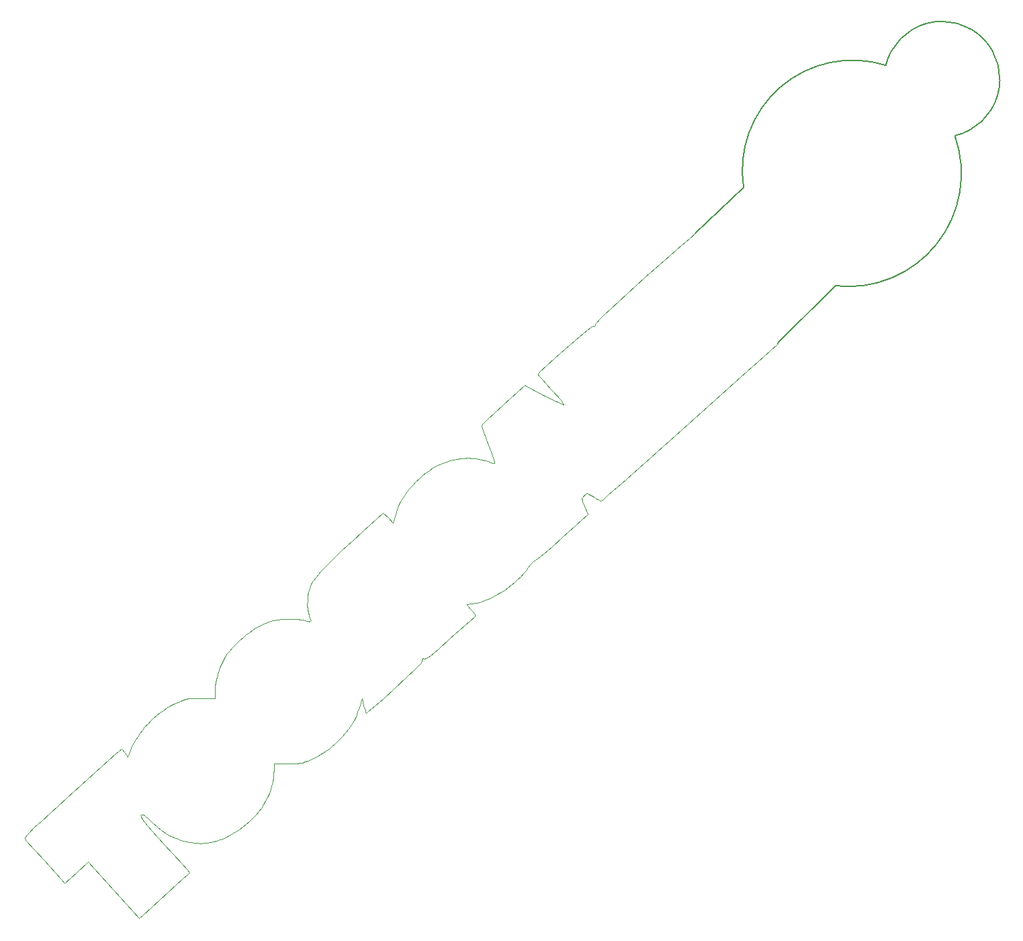
<source format=gbr>
%TF.GenerationSoftware,KiCad,Pcbnew,(6.0.1)*%
%TF.CreationDate,2022-06-23T19:30:41-05:00*%
%TF.ProjectId,toorcamp-sign-lts,746f6f72-6361-46d7-902d-7369676e2d6c,rev?*%
%TF.SameCoordinates,Original*%
%TF.FileFunction,Profile,NP*%
%FSLAX46Y46*%
G04 Gerber Fmt 4.6, Leading zero omitted, Abs format (unit mm)*
G04 Created by KiCad (PCBNEW (6.0.1)) date 2022-06-23 19:30:41*
%MOMM*%
%LPD*%
G01*
G04 APERTURE LIST*
%TA.AperFunction,Profile*%
%ADD10C,0.100000*%
%TD*%
%TA.AperFunction,Profile*%
%ADD11C,0.150000*%
%TD*%
G04 APERTURE END LIST*
D10*
X150617950Y-107811675D02*
X150835350Y-107578475D01*
X85859520Y-166438275D02*
X85872010Y-166347275D01*
X101365150Y-164840275D02*
X101898950Y-165454675D01*
X106502750Y-148824175D02*
X106897250Y-148793975D01*
X168685150Y-114937675D02*
X161674250Y-121153075D01*
X157665650Y-101866375D02*
X157743250Y-101828275D01*
X115946450Y-162136775D02*
X115650250Y-162583275D01*
X144062050Y-136359175D02*
X143622450Y-136519375D01*
X140807050Y-118554075D02*
X141270950Y-118523275D01*
X98863550Y-156165775D02*
X99197050Y-155268275D01*
X116451350Y-161213575D02*
X116213650Y-161679975D01*
X97060850Y-172925075D02*
X97060850Y-172925075D01*
X101340450Y-163853175D02*
X101108450Y-163660075D01*
X151567950Y-109208775D02*
X151029150Y-108588275D01*
X142367550Y-137882075D02*
X142532150Y-138121775D01*
X139400850Y-141294175D02*
X137987250Y-142546875D01*
X109939950Y-146729475D02*
X110079150Y-146119575D01*
X139448750Y-118809275D02*
X139896250Y-118696975D01*
X158141450Y-123757475D02*
X157874350Y-123609275D01*
X121905150Y-156487375D02*
X121517350Y-156662175D01*
X109868050Y-148778775D02*
X109804050Y-148219575D01*
X99370450Y-154843175D02*
X99573550Y-154418775D01*
X141573350Y-136942375D02*
X141567050Y-136955675D01*
X122751750Y-156063875D02*
X122377050Y-156258175D01*
X136016450Y-120703875D02*
X136433950Y-120368975D01*
X138567850Y-119116075D02*
X139006050Y-118948875D01*
X143634750Y-114199275D02*
X144217950Y-113602475D01*
X121802550Y-139105875D02*
X121885950Y-139088775D01*
X135890050Y-144134175D02*
X135732650Y-144356175D01*
X101695350Y-151608175D02*
X102079050Y-151249975D01*
X133505350Y-123483275D02*
X133844050Y-122985375D01*
X86168320Y-165909675D02*
X86377940Y-165683675D01*
X100652150Y-152761375D02*
X100980250Y-152365575D01*
X111973550Y-142423475D02*
X112296150Y-142068075D01*
X150044750Y-131461075D02*
X149966350Y-131511175D01*
X141567050Y-136955675D02*
X141586250Y-136993875D01*
D11*
X170365550Y-90205655D02*
X176471650Y-84473375D01*
D10*
X109794850Y-147809275D02*
X109842650Y-147302675D01*
X128957250Y-150595175D02*
X128872550Y-150646675D01*
X156568850Y-123045975D02*
X156445550Y-123134175D01*
X180690850Y-104136875D02*
X178998850Y-105691775D01*
X116982250Y-159767275D02*
X116836150Y-160256375D01*
X136433950Y-120368975D02*
X136854250Y-120062375D01*
X156172550Y-123996475D02*
X156414250Y-124564275D01*
X138133950Y-119310875D02*
X138567850Y-119116075D01*
X110672050Y-144367475D02*
X110902750Y-143908575D01*
X149966350Y-131511175D02*
X149764850Y-131695275D01*
X145023350Y-118949575D02*
X144865250Y-118453175D01*
X99197050Y-155268275D02*
X99370450Y-154843175D01*
X168654050Y-91636275D02*
X169588050Y-90845545D01*
X144281850Y-116884975D02*
X143673550Y-115276675D01*
X157780450Y-101646475D02*
X157808750Y-101580375D01*
X121929250Y-134425975D02*
X122039750Y-134215275D01*
X136441250Y-143747175D02*
X136273150Y-143813075D01*
D11*
X194383027Y-69051067D02*
G75*
G03*
X176471650Y-84473375I-4188235J-13248046D01*
G01*
D10*
X127329850Y-151627175D02*
X127033850Y-152134175D01*
X107202450Y-166999175D02*
X106781250Y-166944875D01*
X149764850Y-131695275D02*
X149526150Y-131967675D01*
X111236550Y-166270875D02*
X110835650Y-166451375D01*
X114139750Y-140468575D02*
X114540750Y-140195775D01*
X108838850Y-166990075D02*
X108435450Y-167026775D01*
X150537950Y-107932875D02*
X150617950Y-107811675D01*
X143622450Y-136519375D02*
X143193550Y-136646975D01*
X157905550Y-101455375D02*
X158287350Y-101044275D01*
D11*
X188054050Y-96817775D02*
G75*
G03*
X203090850Y-77920175I1626071J14137320D01*
G01*
D10*
X103924850Y-173205475D02*
X100771050Y-176036175D01*
X114185850Y-164246675D02*
X113752450Y-164627175D01*
X100980250Y-152365575D02*
X101328450Y-151980575D01*
X147575150Y-134163075D02*
X147166450Y-134505775D01*
X125819750Y-153632475D02*
X125277850Y-154168575D01*
X101108450Y-163660075D02*
X100920550Y-163523275D01*
X121517350Y-156662175D02*
X121180050Y-156789975D01*
X124191050Y-155113375D02*
X123835150Y-155380575D01*
X141740850Y-118519175D02*
X142217250Y-118541975D01*
X144255750Y-118940275D02*
X144541150Y-119049675D01*
X141586250Y-136993875D02*
X141692150Y-137134075D01*
X109239850Y-166929975D02*
X108838850Y-166990075D01*
X153803450Y-111740775D02*
X153725750Y-111633075D01*
X156859850Y-125568875D02*
X153598150Y-128506175D01*
X103418350Y-167139175D02*
X105647050Y-169608775D01*
X123165650Y-132764475D02*
X123892950Y-131989475D01*
X117096850Y-159272575D02*
X116982250Y-159767275D01*
X157430950Y-101918675D02*
X157510650Y-101874775D01*
X117229250Y-158269675D02*
X117179350Y-158772975D01*
X122187750Y-133978675D02*
X122598550Y-133426275D01*
X87007670Y-165065275D02*
X87967200Y-164174275D01*
X151273950Y-110567275D02*
X153020250Y-111422675D01*
X111390250Y-143156675D02*
X111670950Y-142786875D01*
X137453050Y-143000475D02*
X137022950Y-143347375D01*
X93840250Y-169368175D02*
X92350320Y-170707375D01*
X132440150Y-147546875D02*
X131075250Y-148770675D01*
X145862450Y-135434675D02*
X145412450Y-135703875D01*
X100690850Y-163993975D02*
X100966350Y-164358275D01*
X123117950Y-155853975D02*
X122751750Y-156063875D01*
X92350320Y-170707375D02*
X90860360Y-172046475D01*
X136175750Y-143798275D02*
X136066050Y-143728575D01*
X157808750Y-101580375D02*
X157905550Y-101455375D01*
X143673550Y-115276675D02*
X143488450Y-114736875D01*
X121757050Y-134873875D02*
X121838350Y-134641575D01*
X139896250Y-118696975D02*
X140348950Y-118611975D01*
X110902750Y-143908575D02*
X111133550Y-143531075D01*
X158287350Y-101044275D02*
X158891550Y-100444275D01*
X118921050Y-138775675D02*
X119549150Y-138768875D01*
X124548450Y-154823575D02*
X124191050Y-155113375D01*
X110037850Y-166738875D02*
X109639250Y-166846375D01*
X85919750Y-166584175D02*
X85877890Y-166514775D01*
X136216150Y-143815375D02*
X136175750Y-143798275D01*
X144865250Y-118453175D02*
X144609550Y-117740175D01*
X121470750Y-137014475D02*
X121479550Y-136469375D01*
X164042750Y-95690175D02*
X166454550Y-93546875D01*
X116836150Y-160256375D02*
X116658950Y-160738775D01*
X112993350Y-141387775D02*
X113364050Y-141066275D01*
X142112150Y-137595175D02*
X142367550Y-137882075D01*
X121805150Y-138637075D02*
X121711350Y-138392975D01*
X133844050Y-122985375D02*
X134234550Y-122486575D01*
X102478150Y-150907775D02*
X102891050Y-150583175D01*
X151029150Y-108588275D02*
X150667350Y-108141075D01*
X142786650Y-118604075D02*
X143360850Y-118699875D01*
X101960850Y-164424675D02*
X101340450Y-163853175D01*
X105503650Y-149093275D02*
X105840350Y-148966375D01*
X176151950Y-108261275D02*
X168685150Y-114937675D01*
X100920550Y-163523275D02*
X100770650Y-163438875D01*
X121585450Y-137997475D02*
X121505650Y-137530875D01*
X123892950Y-131989475D02*
X124784450Y-131096975D01*
X108435450Y-167026775D02*
X108028750Y-167040375D01*
X156414250Y-124564275D02*
X156859850Y-125568875D01*
X98449450Y-155647975D02*
X98863550Y-156165775D01*
X125844050Y-130083075D02*
X127075750Y-128943675D01*
X106781250Y-166944875D02*
X106139950Y-166817975D01*
X153396950Y-111237375D02*
X152228250Y-109936675D01*
X121885950Y-139088775D02*
X121898250Y-139007875D01*
X115325550Y-163018475D02*
X114972950Y-163441375D01*
X148333850Y-133441175D02*
X147965350Y-133807475D01*
X99804850Y-153996675D02*
X100062850Y-153578575D01*
X108028750Y-167040375D02*
X107617950Y-167031075D01*
X104887450Y-166401275D02*
X104277550Y-166112175D01*
X103679250Y-165769575D02*
X103093350Y-165373975D01*
X104647450Y-149495475D02*
X105117550Y-149267175D01*
X134000650Y-146113275D02*
X132440150Y-147546875D01*
X151226250Y-130580675D02*
X150451450Y-131211775D01*
X147965350Y-133807475D02*
X147575150Y-134163075D01*
X118287650Y-138818875D02*
X118921050Y-138775675D01*
X123835150Y-155380575D02*
X123478250Y-155626875D01*
X112872150Y-165298575D02*
X112456850Y-165579675D01*
X132282050Y-126696375D02*
X132582350Y-125602675D01*
X106526950Y-170776075D02*
X106372850Y-170937475D01*
X157175050Y-102094875D02*
X157430950Y-101918675D01*
X142601050Y-138305175D02*
X142598150Y-138372975D01*
X116598750Y-139157375D02*
X117102250Y-139010675D01*
X97060850Y-172925075D02*
X93840250Y-169368175D01*
X155219650Y-103675175D02*
X156345250Y-102743175D01*
X148849750Y-109356175D02*
X151273950Y-110567275D01*
X136273150Y-143813075D02*
X136216150Y-143815375D01*
X159683650Y-99686075D02*
X161693950Y-97818975D01*
X135970250Y-143768575D02*
X135954150Y-143822475D01*
X110436350Y-166607275D02*
X110037850Y-166738875D01*
X156938350Y-123031475D02*
X156801850Y-122992875D01*
X153814850Y-111778375D02*
X153803450Y-111740775D01*
X121531050Y-135916775D02*
X121623950Y-135377875D01*
X144968850Y-119163975D02*
X145026750Y-119165675D01*
X86019040Y-166090575D02*
X86168320Y-165909675D01*
X145412450Y-135703875D02*
X144960250Y-135949175D01*
X142578850Y-138221075D02*
X142601050Y-138305175D01*
X135467350Y-144662675D02*
X135091750Y-145056075D01*
X111133550Y-143531075D02*
X111390250Y-143156675D01*
X85922720Y-166233875D02*
X86019040Y-166090575D01*
X102520350Y-164925575D02*
X101960850Y-164424675D01*
X106161950Y-148879175D02*
X106502750Y-148824175D01*
X132756950Y-125039975D02*
X132966150Y-124503675D01*
X85872010Y-166347275D02*
X85922720Y-166233875D01*
X120692750Y-138868375D02*
X120937450Y-138917575D01*
X90860360Y-172046475D02*
X90439060Y-171596575D01*
X104958450Y-172270275D02*
X103924850Y-173205475D01*
X157783150Y-101753475D02*
X157780450Y-101646475D01*
X153598150Y-128506175D02*
X152313350Y-129646775D01*
X144787650Y-119126575D02*
X144968850Y-119163975D01*
X147166450Y-134505775D02*
X146742650Y-134833475D01*
X132582350Y-125602675D02*
X132756950Y-125039975D01*
D11*
X203090850Y-77920176D02*
G75*
G03*
X194383027Y-69051067I-1622861J7115941D01*
G01*
D10*
X114947950Y-139942475D02*
X115359350Y-139710275D01*
X110835650Y-166451375D02*
X110436350Y-166607275D01*
X150216950Y-131383575D02*
X150103650Y-131443575D01*
X124909850Y-154509175D02*
X124548450Y-154823575D01*
X135601250Y-121067175D02*
X136016450Y-120703875D01*
X106327150Y-170386675D02*
X106579550Y-170704075D01*
X87967200Y-164174275D02*
X91111460Y-161330075D01*
X133214150Y-123987075D02*
X133505350Y-123483275D01*
X121637850Y-139090475D02*
X121802550Y-139105875D01*
X113293050Y-164991675D02*
X112872150Y-165298575D01*
X158502750Y-123894375D02*
X158360950Y-123857575D01*
X121415550Y-139046175D02*
X121637850Y-139090475D01*
X121623950Y-135377875D02*
X121757050Y-134873875D01*
X158891550Y-100444275D02*
X159683650Y-99686075D01*
X156683150Y-122998375D02*
X156568850Y-123045975D01*
X121711350Y-138392975D02*
X121642550Y-138205375D01*
X156196550Y-123359575D02*
X156124550Y-123450175D01*
X114540750Y-140195775D02*
X114947950Y-139942475D01*
X127585550Y-151094275D02*
X127329850Y-151627175D01*
X145057850Y-119093175D02*
X145023350Y-118949575D01*
X106579550Y-170704075D02*
X106526950Y-170776075D01*
X115650250Y-162583275D02*
X115325550Y-163018475D01*
X153725750Y-111633075D02*
X153396950Y-111237375D01*
X148993150Y-132685475D02*
X148677550Y-133066375D01*
X169588050Y-90845545D02*
X170365550Y-90205655D01*
X159397050Y-123146275D02*
X158750550Y-123699475D01*
X145026750Y-119165675D02*
X145058350Y-119154775D01*
X127033850Y-152134175D02*
X126689250Y-152628575D01*
X152228250Y-109936675D02*
X151567950Y-109208775D01*
X135954150Y-143822475D02*
X135942050Y-143994375D01*
X135929050Y-144054175D02*
X135890050Y-144134175D01*
X144217950Y-113602475D02*
X145081150Y-112775775D01*
X136025550Y-143722175D02*
X135993850Y-143735275D01*
X128872550Y-150646675D02*
X128828550Y-150550075D01*
X135188150Y-121458975D02*
X135601250Y-121067175D01*
X112046350Y-165835375D02*
X111639850Y-166065675D01*
X109791850Y-148028275D02*
X109794850Y-147809275D01*
X128757250Y-150335675D02*
X128572450Y-149679975D01*
X110079150Y-146119575D02*
X110252650Y-145502775D01*
X98035350Y-155130175D02*
X98449450Y-155647975D01*
X141692150Y-137134075D02*
X142112150Y-137595175D01*
X153578250Y-111682875D02*
X153814850Y-111778375D01*
X148677550Y-133066375D02*
X148333850Y-133441175D01*
X101328450Y-151980575D02*
X101695350Y-151608175D01*
X180796050Y-104026375D02*
X180690850Y-104136875D01*
X122598550Y-133426275D02*
X123165650Y-132764475D01*
X137987250Y-142546875D02*
X137453050Y-143000475D01*
X100527050Y-163732575D02*
X100690850Y-163993975D01*
X114972950Y-163441375D02*
X114592950Y-163851075D01*
X158750550Y-123699475D02*
X158502750Y-123894375D01*
X100652450Y-163402875D02*
X100560150Y-163411375D01*
X117179350Y-158772975D02*
X117096850Y-159272575D01*
X161693950Y-97818975D02*
X164042750Y-95690175D01*
X125277850Y-154168575D02*
X124909850Y-154509175D01*
X102079050Y-151249975D02*
X102478150Y-150907775D01*
X144960250Y-135949175D02*
X144509050Y-136168275D01*
X157510650Y-101874775D02*
X157555150Y-101863175D01*
X145058350Y-119154775D02*
X145057850Y-119093175D01*
X126287350Y-153123475D02*
X125819750Y-153632475D01*
X100966350Y-164358275D02*
X101365150Y-164840275D01*
X143475950Y-114384075D02*
X143634750Y-114199275D01*
X104277550Y-166112175D02*
X103679250Y-165769575D01*
X137703850Y-119533375D02*
X138133950Y-119310875D01*
X116213650Y-161679975D02*
X115946450Y-162136775D01*
X142217250Y-118541975D02*
X142786650Y-118604075D01*
X113746850Y-140759375D02*
X114139750Y-140468575D01*
X157874350Y-123609275D02*
X157589450Y-123428375D01*
X143420550Y-114478575D02*
X143475950Y-114384075D01*
X115359350Y-139710275D02*
X115772850Y-139500975D01*
X135993850Y-143735275D02*
X135970250Y-143768575D01*
X97310950Y-155763875D02*
X98035350Y-155130175D01*
X142532150Y-138121775D02*
X142578850Y-138221075D01*
X151606050Y-106842475D02*
X152696250Y-105857875D01*
X129947650Y-149763075D02*
X129174350Y-150422275D01*
X143872850Y-118816275D02*
X144255750Y-118940275D01*
X103751450Y-149993775D02*
X104195750Y-149732375D01*
X149277450Y-132300375D02*
X148993150Y-132685475D01*
X100770650Y-163438875D02*
X100652450Y-163402875D01*
X113364050Y-141066275D02*
X113746850Y-140759375D01*
X85977730Y-166654275D02*
X85919750Y-166584175D01*
X153952050Y-104757775D02*
X155219650Y-103675175D01*
X104195750Y-149732375D02*
X104647450Y-149495475D01*
X111670950Y-142786875D02*
X111973550Y-142423475D01*
X142569450Y-138423475D02*
X139400850Y-141294175D01*
X156079150Y-123660175D02*
X156107950Y-123805975D01*
X141270950Y-118523275D02*
X141740850Y-118519175D01*
X100771050Y-176036175D02*
X100281350Y-176481975D01*
X106139950Y-166817975D02*
X105508450Y-166636575D01*
X127075750Y-128943675D02*
X128483450Y-127674675D01*
X111639850Y-166065675D02*
X111236550Y-166270875D01*
X166454550Y-93546875D02*
X168654050Y-91636275D01*
X178998850Y-105691775D02*
X176151950Y-108261275D01*
X114592950Y-163851075D02*
X114185850Y-164246675D01*
X128483450Y-127674675D02*
X131027350Y-125405875D01*
X128010350Y-149897175D02*
X127809550Y-150521975D01*
X100281350Y-176481975D02*
X97060850Y-172925075D01*
X112296150Y-142068075D02*
X112636750Y-141722275D01*
X112636750Y-141722275D02*
X112993350Y-141387775D01*
X135942050Y-143994375D02*
X135929050Y-144054175D01*
X127809550Y-150521975D02*
X127585550Y-151094275D01*
X105840350Y-148966375D02*
X106161950Y-148879175D01*
X143360850Y-118699875D02*
X143872850Y-118816275D01*
X143193550Y-136646975D02*
X142778550Y-136739575D01*
X158360950Y-123857575D02*
X158141450Y-123757475D01*
X124784450Y-131096975D02*
X125844050Y-130083075D01*
X117673250Y-138897475D02*
X118287650Y-138818875D01*
X122377050Y-156258175D02*
X121905150Y-156487375D01*
X132966150Y-124503675D02*
X133214150Y-123987075D01*
X109804050Y-148219575D02*
X109791850Y-148028275D01*
X157589450Y-123428375D02*
X157106250Y-123115675D01*
X100560150Y-163411375D02*
X100487450Y-163460275D01*
X91111460Y-161330075D02*
X97310950Y-155763875D01*
X146742650Y-134833475D02*
X146306950Y-135143875D01*
X153020250Y-111422675D02*
X153578250Y-111682875D01*
X110252650Y-145502775D02*
X110452750Y-144908775D01*
X100345750Y-153166275D02*
X100652150Y-152761375D01*
X156801850Y-122992875D02*
X156683150Y-122998375D01*
X105803550Y-171486875D02*
X104958450Y-172270275D01*
X156345250Y-102743175D02*
X157175050Y-102094875D01*
X119549150Y-138768875D02*
X120147850Y-138799475D01*
X150451450Y-131211775D02*
X150216950Y-131383575D01*
X157555150Y-101863175D02*
X157665650Y-101866375D01*
X117246050Y-157763375D02*
X117229250Y-158269675D01*
X143488450Y-114736875D02*
X143420550Y-114478575D01*
X117246250Y-156980375D02*
X117246050Y-157763375D01*
X146135150Y-111806775D02*
X148849750Y-109356175D01*
X152696250Y-105857875D02*
X153952050Y-104757775D01*
X121869450Y-138849675D02*
X121805150Y-138637075D01*
X144609550Y-117740175D02*
X144281850Y-116884975D01*
X131075250Y-148770675D02*
X129947650Y-149763075D01*
X109639250Y-166846375D02*
X109239850Y-166929975D01*
X157743250Y-101828275D02*
X157783150Y-101753475D01*
X100463150Y-163559575D02*
X100483350Y-163635975D01*
X131027350Y-125405875D02*
X131654750Y-126051175D01*
X113752450Y-164627175D02*
X113293050Y-164991675D01*
X115772850Y-139500975D02*
X116186750Y-139316175D01*
X85877890Y-166514775D02*
X85859520Y-166438275D01*
X100483350Y-163635975D02*
X100527050Y-163732575D01*
X137277350Y-119783875D02*
X137703850Y-119533375D01*
X135091750Y-145056075D02*
X134000650Y-146113275D01*
X105117550Y-149267175D02*
X105503650Y-149093275D01*
X149526150Y-131967675D02*
X149277450Y-132300375D01*
X86377940Y-165683675D02*
X87007670Y-165065275D01*
X135732650Y-144356175D02*
X135467350Y-144662675D01*
X120136450Y-156964575D02*
X119079050Y-156980375D01*
X142598150Y-138372975D02*
X142569450Y-138423475D01*
X161674250Y-121153075D02*
X159397050Y-123146275D01*
X116658950Y-160738775D02*
X116451350Y-161213575D01*
X152313350Y-129646775D02*
X151226250Y-130580675D01*
X107617950Y-167031075D02*
X107202450Y-166999175D01*
X150667350Y-108141075D02*
X150570150Y-108002975D01*
X121838350Y-134641575D02*
X121929250Y-134425975D01*
X156085050Y-123545975D02*
X156079150Y-123660175D01*
X136854250Y-120062375D02*
X137277350Y-119783875D01*
X103315950Y-150277975D02*
X103751450Y-149993775D01*
X101898950Y-165454675D02*
X103418350Y-167139175D01*
X146306950Y-135143875D02*
X145862450Y-135434675D01*
X120859850Y-156878075D02*
X120523150Y-156933775D01*
X137022950Y-143347375D02*
X136688450Y-143594075D01*
X121180050Y-156789975D02*
X120859850Y-156878075D01*
X106897250Y-148793975D02*
X107984950Y-148778775D01*
X107984950Y-148778775D02*
X109868050Y-148778775D01*
X103093350Y-165373975D02*
X102520350Y-164925575D01*
X145081150Y-112775775D02*
X146135150Y-111806775D01*
X140348950Y-118611975D02*
X140807050Y-118554075D01*
X120523150Y-156933775D02*
X120136450Y-156964575D01*
X126689250Y-152628575D02*
X126287350Y-153123475D01*
X122039750Y-134215275D02*
X122187750Y-133978675D01*
X128338050Y-148778775D02*
X128010350Y-149897175D01*
X117102250Y-139010675D02*
X117673250Y-138897475D01*
X90439060Y-171596575D02*
X88210720Y-169142775D01*
X156445550Y-123134175D02*
X156299750Y-123261075D01*
X97060850Y-172925075D02*
X97060850Y-172925075D01*
X109842650Y-147302675D02*
X109939950Y-146729475D01*
D11*
X188054050Y-96817775D02*
X180796050Y-104026375D01*
D10*
X99573550Y-154418775D02*
X99804850Y-153996675D01*
X121159650Y-138976675D02*
X121415550Y-139046175D01*
X88210720Y-169142775D02*
X85977730Y-166654275D01*
X128572450Y-149679975D02*
X128338050Y-148778775D01*
X105508450Y-166636575D02*
X104887450Y-166401275D01*
X129174350Y-150422275D02*
X128957250Y-150595175D01*
X150103650Y-131443575D02*
X150044750Y-131461075D01*
X144509050Y-136168275D02*
X144062050Y-136359175D01*
X156299750Y-123261075D02*
X156196550Y-123359575D01*
X106372850Y-170937475D02*
X105803550Y-171486875D01*
X121642550Y-138205375D02*
X121585450Y-137997475D01*
X128828550Y-150550075D02*
X128757250Y-150335675D01*
X156124550Y-123450175D02*
X156085050Y-123545975D01*
X120937450Y-138917575D02*
X121159650Y-138976675D01*
X144541150Y-119049675D02*
X144787650Y-119126575D01*
X102891050Y-150583175D02*
X103315950Y-150277975D01*
X116186750Y-139316175D02*
X116598750Y-139157375D01*
X105647050Y-169608775D02*
X106327150Y-170386675D01*
X121479550Y-136469375D02*
X121531050Y-135916775D01*
X119079050Y-156980375D02*
X117246250Y-156980375D01*
X112456850Y-165579675D02*
X112046350Y-165835375D01*
X150835350Y-107578475D02*
X151606050Y-106842475D01*
X136688450Y-143594075D02*
X136441250Y-143747175D01*
X100487450Y-163460275D02*
X100464950Y-163501675D01*
X121505650Y-137530875D02*
X121470750Y-137014475D01*
X131654750Y-126051175D02*
X132282050Y-126696375D01*
X120147850Y-138799475D02*
X120692750Y-138868375D01*
X156107950Y-123805975D02*
X156172550Y-123996475D01*
X150570150Y-108002975D02*
X150537950Y-107932875D01*
X110452750Y-144908775D02*
X110672050Y-144367475D01*
X157106250Y-123115675D02*
X156938350Y-123031475D01*
X142778550Y-136739575D02*
X141573350Y-136942375D01*
X100464950Y-163501675D02*
X100463150Y-163559575D01*
X136066050Y-143728575D02*
X136025550Y-143722175D01*
X121898250Y-139007875D02*
X121869450Y-138849675D01*
X134234550Y-122486575D02*
X134681150Y-121980075D01*
X100062850Y-153578575D02*
X100345750Y-153166275D01*
X134681150Y-121980075D02*
X135188150Y-121458975D01*
X139006050Y-118948875D02*
X139448750Y-118809275D01*
X123478250Y-155626875D02*
X123117950Y-155853975D01*
M02*

</source>
